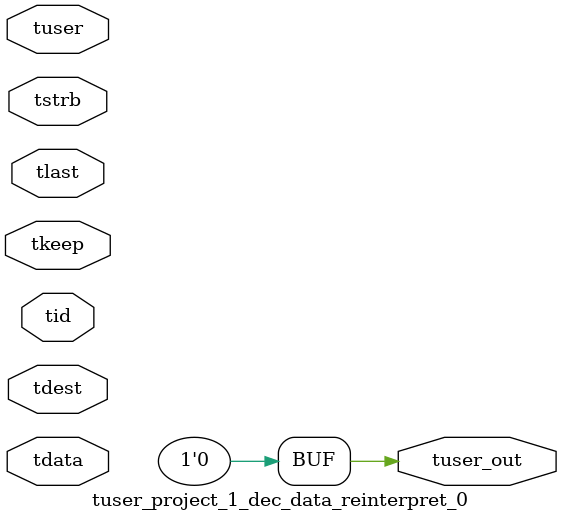
<source format=v>


`timescale 1ps/1ps

module tuser_project_1_dec_data_reinterpret_0 #
(
parameter C_S_AXIS_TUSER_WIDTH = 1,
parameter C_S_AXIS_TDATA_WIDTH = 32,
parameter C_S_AXIS_TID_WIDTH   = 0,
parameter C_S_AXIS_TDEST_WIDTH = 0,
parameter C_M_AXIS_TUSER_WIDTH = 1
)
(
input  [(C_S_AXIS_TUSER_WIDTH == 0 ? 1 : C_S_AXIS_TUSER_WIDTH)-1:0     ] tuser,
input  [(C_S_AXIS_TDATA_WIDTH == 0 ? 1 : C_S_AXIS_TDATA_WIDTH)-1:0     ] tdata,
input  [(C_S_AXIS_TID_WIDTH   == 0 ? 1 : C_S_AXIS_TID_WIDTH)-1:0       ] tid,
input  [(C_S_AXIS_TDEST_WIDTH == 0 ? 1 : C_S_AXIS_TDEST_WIDTH)-1:0     ] tdest,
input  [(C_S_AXIS_TDATA_WIDTH/8)-1:0 ] tkeep,
input  [(C_S_AXIS_TDATA_WIDTH/8)-1:0 ] tstrb,
input                                                                    tlast,
output [C_M_AXIS_TUSER_WIDTH-1:0] tuser_out
);

assign tuser_out = {1'b0};

endmodule


</source>
